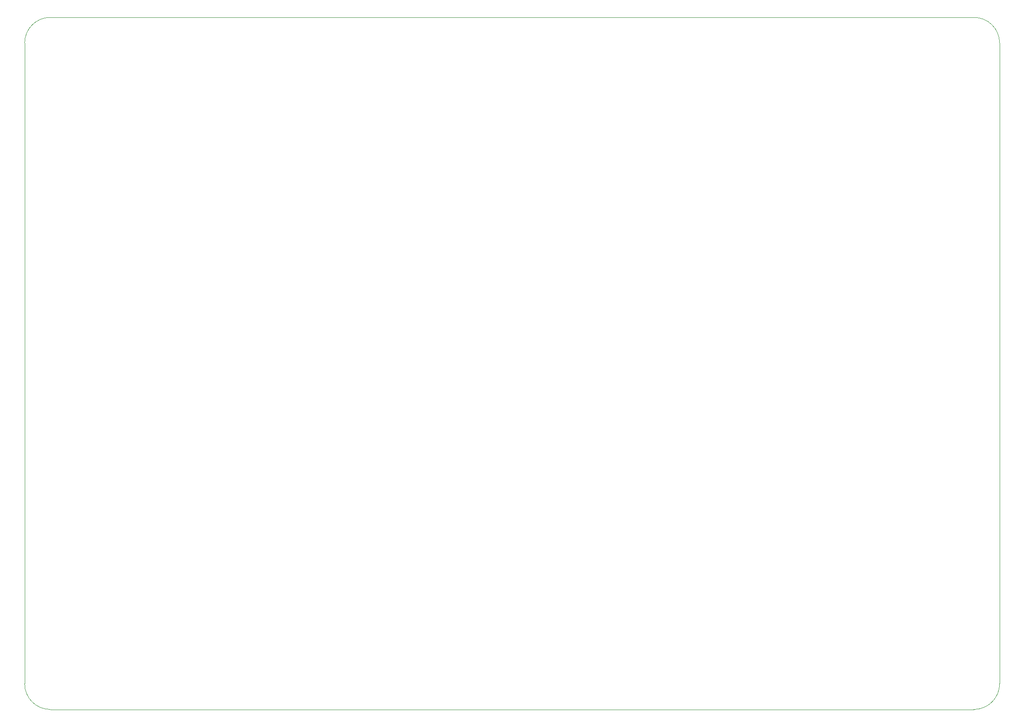
<source format=gm1>
%TF.GenerationSoftware,KiCad,Pcbnew,7.0.1*%
%TF.CreationDate,2023-06-27T00:24:21+02:00*%
%TF.ProjectId,Main board,4d61696e-2062-46f6-9172-642e6b696361,rev?*%
%TF.SameCoordinates,Original*%
%TF.FileFunction,Profile,NP*%
%FSLAX46Y46*%
G04 Gerber Fmt 4.6, Leading zero omitted, Abs format (unit mm)*
G04 Created by KiCad (PCBNEW 7.0.1) date 2023-06-27 00:24:21*
%MOMM*%
%LPD*%
G01*
G04 APERTURE LIST*
%TA.AperFunction,Profile*%
%ADD10C,0.100000*%
%TD*%
G04 APERTURE END LIST*
D10*
X235000000Y-185000000D02*
G75*
G03*
X240000000Y-180000000I0J5000000D01*
G01*
X50000000Y-180000000D02*
G75*
G03*
X55000000Y-185000000I5000000J0D01*
G01*
X50000000Y-180000000D02*
X50000000Y-55000000D01*
X55000000Y-50000000D02*
G75*
G03*
X50000000Y-55000000I0J-5000000D01*
G01*
X235000000Y-185000000D02*
X55000000Y-185000000D01*
X55000000Y-50000000D02*
X235000000Y-50000000D01*
X240000000Y-55000000D02*
X240000000Y-180000000D01*
X240000000Y-55000000D02*
G75*
G03*
X235000000Y-50000000I-5000000J0D01*
G01*
M02*

</source>
